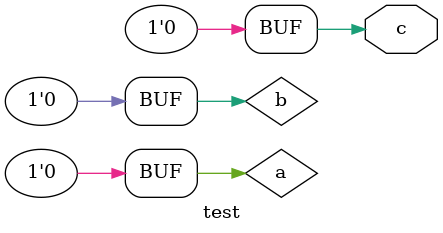
<source format=sv>
module test(
  output c
);

  wire a;
  wire b;

  always_comb begin
    a = 0;
    b = 0;
    c = a + b;
  end
endmodule
</source>
